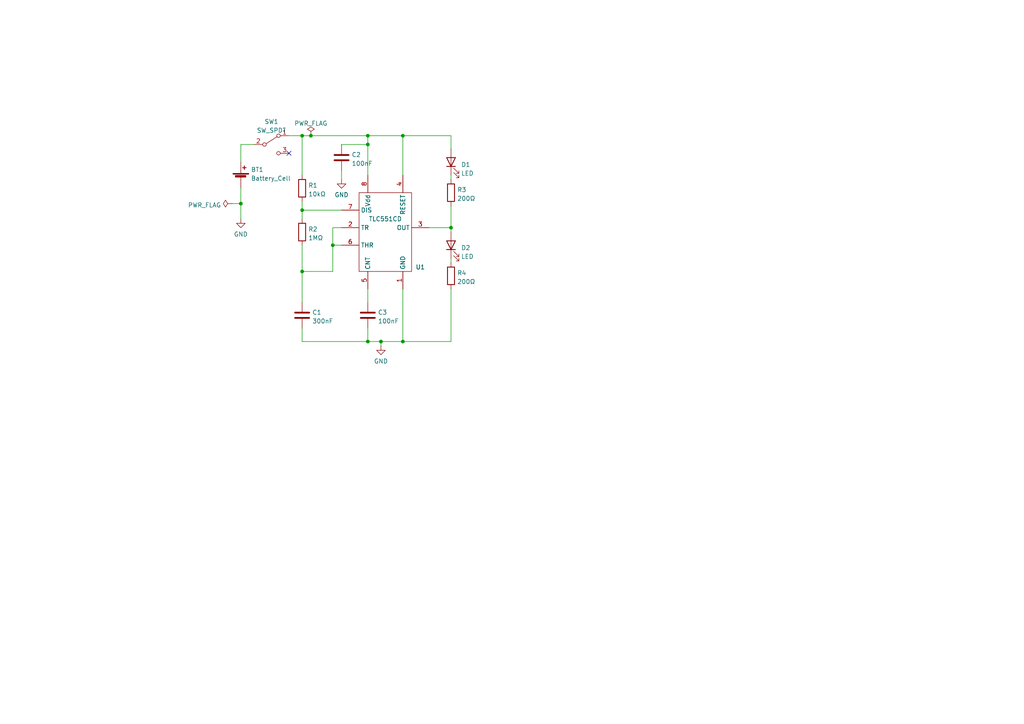
<source format=kicad_sch>
(kicad_sch (version 20211123) (generator eeschema)
  (paper "A4")
  (lib_symbols
    (symbol "Blinky:TLC551CD‎"
      (property "Reference" "U" (at 10.16 -12.7 0))
      (property "Value" "TLC551CD‎" (at 0 2.54 0))
      (symbol "TLC551CD‎_0_1"
        (rectangle (start -7.62 10.16) (end 7.62 -12.7) (stroke (width 0.1524)))
      )
      (symbol "TLC551CD‎_1_1"
        (pin passive line (at 5.08 -17.78 90) (length 5.08) (name "GND") (number "1"))
        (pin input line (at -12.7 0 0) (length 5.08) (name "TR") (number "2"))
        (pin input line (at 12.7 0 180) (length 5.08) (name "OUT") (number "3"))
        (pin input line (at 5.08 15.24 270) (length 5.08) (name "RESET") (number "4"))
        (pin input line (at -5.08 -17.78 90) (length 5.08) (name "CNT") (number "5"))
        (pin input line (at -12.7 -5.08 0) (length 5.08) (name "THR") (number "6"))
        (pin input line (at -12.7 5.08 0) (length 5.08) (name "DIS") (number "7"))
        (pin power_in line (at -5.08 15.24 270) (length 5.08) (name "Vdd") (number "8"))
      )
    )
    (symbol "Device:Battery_Cell" (pin_numbers hide) (pin_names (offset 0) hide)
      (property "Reference" "BT" (at 2.54 2.54 0))
      (property "Value" "Battery_Cell" (at 2.54 0 0))
      (symbol "Battery_Cell_0_1"
        (rectangle (start -2.286 1.778) (end 2.286 1.524) (fill (type outline)))
        (rectangle (start -1.5748 1.1938) (end 1.4732 0.6858) (fill (type outline)))
        (polyline (pts (xy 0 0.762) (xy 0 0)))
        (polyline (pts (xy 0 1.778) (xy 0 2.54)))
        (polyline (pts (xy 0.508 3.429) (xy 1.524 3.429)) (stroke (width 0.254)))
        (polyline (pts (xy 1.016 3.937) (xy 1.016 2.921)) (stroke (width 0.254)))
      )
      (symbol "Battery_Cell_1_1"
        (pin passive line (at 0 5.08 270) (length 2.54) (name "+") (number "1"))
        (pin passive line (at 0 -2.54 90) (length 2.54) (name "-") (number "2"))
      )
    )
    (symbol "Device:C" (pin_numbers hide) (pin_names (offset 0.254))
      (property "Reference" "C" (at 0.635 2.54 0))
      (property "Value" "C" (at 0.635 -2.54 0))
      (symbol "C_0_1"
        (polyline (pts (xy -2.032 -0.762) (xy 2.032 -0.762)) (stroke (width 0.508)))
        (polyline (pts (xy -2.032 0.762) (xy 2.032 0.762)) (stroke (width 0.508)))
      )
      (symbol "C_1_1"
        (pin passive line (at 0 3.81 270) (length 2.794) (name "~") (number "1"))
        (pin passive line (at 0 -3.81 90) (length 2.794) (name "~") (number "2"))
      )
    )
    (symbol "Device:LED" (pin_numbers hide) (pin_names (offset 1.016) hide)
      (property "Reference" "D" (at 0 2.54 0))
      (property "Value" "LED" (at 0 -2.54 0))
      (symbol "LED_0_1"
        (polyline (pts (xy -1.27 -1.27) (xy -1.27 1.27)) (stroke (width 0.254)))
        (polyline (pts (xy -1.27 0) (xy 1.27 0)))
        (polyline (pts (xy 1.27 -1.27) (xy 1.27 1.27) (xy -1.27 0) (xy 1.27 -1.27)) (stroke (width 0.254)))
        (polyline (pts (xy -3.048 -0.762) (xy -4.572 -2.286) (xy -3.81 -2.286) (xy -4.572 -2.286) (xy -4.572 -1.524)))
        (polyline (pts (xy -1.778 -0.762) (xy -3.302 -2.286) (xy -2.54 -2.286) (xy -3.302 -2.286) (xy -3.302 -1.524)))
      )
      (symbol "LED_1_1"
        (pin passive line (at -3.81 0 0) (length 2.54) (name "K") (number "1"))
        (pin passive line (at 3.81 0 180) (length 2.54) (name "A") (number "2"))
      )
    )
    (symbol "Device:R" (pin_numbers hide) (pin_names (offset 0))
      (property "Reference" "R" (at 2.032 0 90))
      (property "Value" "R" (at 0 0 90))
      (symbol "R_0_1"
        (rectangle (start -1.016 -2.54) (end 1.016 2.54) (stroke (width 0.254)))
      )
      (symbol "R_1_1"
        (pin passive line (at 0 3.81 270) (length 1.27) (name "~") (number "1"))
        (pin passive line (at 0 -3.81 90) (length 1.27) (name "~") (number "2"))
      )
    )
    (symbol "Switch:SW_SPDT" (pin_names (offset 0) hide)
      (property "Reference" "SW" (at 0 4.318 0))
      (property "Value" "SW_SPDT" (at 0 -5.08 0))
      (symbol "SW_SPDT_0_0"
        (circle (center -2.032 0) (radius 0.508))
        (circle (center 2.032 -2.54) (radius 0.508))
      )
      (symbol "SW_SPDT_0_1"
        (polyline (pts (xy -1.524 0.254) (xy 1.651 2.286)))
        (circle (center 2.032 2.54) (radius 0.508))
      )
      (symbol "SW_SPDT_1_1"
        (pin passive line (at 5.08 2.54 180) (length 2.54) (name "A") (number "1"))
        (pin passive line (at -5.08 0 0) (length 2.54) (name "B") (number "2"))
        (pin passive line (at 5.08 -2.54 180) (length 2.54) (name "C") (number "3"))
      )
    )
    (symbol "power:GND" (power) (pin_names (offset 0))
      (property "Value" "GND" (at 0 -3.81 0))
      (symbol "GND_0_1"
        (polyline (pts (xy 0 0) (xy 0 -1.27) (xy 1.27 -1.27) (xy 0 -2.54) (xy -1.27 -1.27) (xy 0 -1.27)))
      )
      (symbol "GND_1_1"
        (pin power_in line (at 0 0 270) (length 0) hide (name "GND") (number "1"))
      )
    )
    (symbol "power:PWR_FLAG" (power) (pin_numbers hide) (pin_names (offset 0) hide)
      (property "Value" "PWR_FLAG" (at 0 3.81 0))
      (symbol "PWR_FLAG_0_0"
        (pin power_out line (at 0 0 90) (length 0) (name "pwr") (number "1"))
      )
      (symbol "PWR_FLAG_0_1"
        (polyline (pts (xy 0 0) (xy 0 1.27) (xy -1.016 1.905) (xy 0 2.54) (xy 1.016 1.905) (xy 0 1.27)))
      )
    )
  )
  (junction (at 87.63 78.74))
  (junction (at 130.81 66.04))
  (junction (at 90.17 39.37))
  (junction (at 87.63 60.96))
  (junction (at 106.68 41.91))
  (junction (at 69.85 59.055))
  (junction (at 87.63 39.37))
  (junction (at 116.84 99.06))
  (junction (at 96.52 71.12))
  (junction (at 116.84 39.37))
  (junction (at 110.49 99.06))
  (junction (at 106.68 99.06))
  (junction (at 106.68 39.37))
  (no_connect (at 83.82 44.45))
  (wire (pts (xy 69.85 63.5) (xy 69.85 59.055)))
  (wire (pts (xy 96.52 78.74) (xy 96.52 71.12)))
  (wire (pts (xy 106.68 39.37) (xy 106.68 41.91)))
  (wire (pts (xy 124.46 66.04) (xy 130.81 66.04)))
  (wire (pts (xy 87.63 95.25) (xy 87.63 99.06)))
  (wire (pts (xy 130.81 66.04) (xy 130.81 67.31)))
  (wire (pts (xy 116.84 83.82) (xy 116.84 99.06)))
  (wire (pts (xy 67.31 59.055) (xy 69.85 59.055)))
  (wire (pts (xy 130.81 83.82) (xy 130.81 99.06)))
  (wire (pts (xy 87.63 71.12) (xy 87.63 78.74)))
  (wire (pts (xy 116.84 99.06) (xy 130.81 99.06)))
  (wire (pts (xy 130.81 59.69) (xy 130.81 66.04)))
  (wire (pts (xy 90.17 39.37) (xy 106.68 39.37)))
  (wire (pts (xy 87.63 39.37) (xy 87.63 50.8)))
  (wire (pts (xy 96.52 66.04) (xy 96.52 71.12)))
  (wire (pts (xy 130.81 50.8) (xy 130.81 52.07)))
  (wire (pts (xy 116.84 39.37) (xy 116.84 50.8)))
  (wire (pts (xy 87.63 60.96) (xy 99.06 60.96)))
  (wire (pts (xy 130.81 39.37) (xy 130.81 43.18)))
  (wire (pts (xy 99.06 66.04) (xy 96.52 66.04)))
  (wire (pts (xy 87.63 78.74) (xy 87.63 87.63)))
  (wire (pts (xy 99.06 41.91) (xy 106.68 41.91)))
  (wire (pts (xy 96.52 71.12) (xy 99.06 71.12)))
  (wire (pts (xy 110.49 99.06) (xy 106.68 99.06)))
  (wire (pts (xy 69.85 59.055) (xy 69.85 54.61)))
  (wire (pts (xy 69.85 41.91) (xy 69.85 46.99)))
  (wire (pts (xy 110.49 99.06) (xy 110.49 100.33)))
  (wire (pts (xy 106.68 41.91) (xy 106.68 50.8)))
  (wire (pts (xy 99.06 49.53) (xy 99.06 52.07)))
  (wire (pts (xy 87.63 58.42) (xy 87.63 60.96)))
  (wire (pts (xy 106.68 39.37) (xy 116.84 39.37)))
  (wire (pts (xy 116.84 99.06) (xy 110.49 99.06)))
  (wire (pts (xy 87.63 60.96) (xy 87.63 63.5)))
  (wire (pts (xy 106.68 83.82) (xy 106.68 87.63)))
  (wire (pts (xy 130.81 74.93) (xy 130.81 76.2)))
  (wire (pts (xy 83.82 39.37) (xy 87.63 39.37)))
  (wire (pts (xy 69.85 41.91) (xy 73.66 41.91)))
  (wire (pts (xy 106.68 99.06) (xy 106.68 95.25)))
  (wire (pts (xy 116.84 39.37) (xy 130.81 39.37)))
  (wire (pts (xy 87.63 78.74) (xy 96.52 78.74)))
  (wire (pts (xy 87.63 99.06) (xy 106.68 99.06)))
  (wire (pts (xy 87.63 39.37) (xy 90.17 39.37)))
  (symbol (lib_id "Device:C") (at 106.68 91.44 0) (unit 1)
    (property "Reference" "C3" (at 109.601 90.6053 0) (effects (justify left)))
    (property "Value" "100nF" (at 109.601 93.1422 0) (effects (justify left)))
    (property "Footprint" "Capacitor_SMD:C_0805_2012Metric_Pad1.18x1.45mm_HandSolder" (effects hide))
  )
  (symbol (lib_id "Blinky:TLC551CD‎") (at 111.76 66.04 0) (unit 1)
    (property "Reference" "U1" (at 121.92 77.47 0))
    (property "Value" "TLC551CD‎" (at 111.76 63.5 0))
    (property "Footprint" "Package_SO:SOIC-8_3.9x4.9mm_P1.27mm" (effects hide))
    (property "Datasheet" "https://www.ti.com/lit/ds/symlink/tlc551.pdf" (effects hide))
  )
  (symbol (lib_id "Device:R") (at 130.81 80.01 0) (unit 1)
    (property "Reference" "R4" (at 132.588 79.1753 0) (effects (justify left)))
    (property "Value" "200Ω" (at 132.588 81.7122 0) (effects (justify left)))
    (property "Footprint" "Resistor_SMD:R_0805_2012Metric_Pad1.20x1.40mm_HandSolder" (effects hide))
  )
  (symbol (lib_id "Device:LED") (at 130.81 46.99 90) (unit 1)
    (property "Reference" "D1" (at 133.731 47.7428 90) (effects (justify right)))
    (property "Value" "LED" (at 133.731 50.2797 90) (effects (justify right)))
    (property "Footprint" "LED_SMD:LED_0805_2012Metric_Pad1.15x1.40mm_HandSolder" (effects hide))
  )
  (symbol (lib_id "power:GND") (at 99.06 52.07 0) (unit 1)
    (property "Reference" "#PWR02" (effects hide))
    (property "Value" "GND" (at 99.06 56.5134 0))
  )
  (symbol (lib_id "Device:R") (at 130.81 55.88 0) (unit 1)
    (property "Reference" "R3" (at 132.588 55.0453 0) (effects (justify left)))
    (property "Value" "200Ω" (at 132.588 57.5822 0) (effects (justify left)))
    (property "Footprint" "Resistor_SMD:R_0805_2012Metric_Pad1.20x1.40mm_HandSolder" (effects hide))
  )
  (symbol (lib_id "Device:C") (at 99.06 45.72 0) (unit 1)
    (property "Reference" "C2" (at 101.981 44.8853 0) (effects (justify left)))
    (property "Value" "100nF" (at 101.981 47.4222 0) (effects (justify left)))
    (property "Footprint" "Capacitor_SMD:C_0805_2012Metric_Pad1.18x1.45mm_HandSolder" (effects hide))
  )
  (symbol (lib_id "Device:Battery_Cell") (at 69.85 52.07 0) (unit 1)
    (property "Reference" "BT1" (at 72.771 49.2033 0) (effects (justify left)))
    (property "Value" "Battery_Cell" (at 72.771 51.7402 0) (effects (justify left)))
    (property "Footprint" "Battery:BatteryHolder_Keystone_3000_1x12mm" (effects hide))
  )
  (symbol (lib_id "power:GND") (at 110.49 100.33 0) (unit 1)
    (property "Reference" "#PWR03" (effects hide))
    (property "Value" "GND" (at 110.49 104.7734 0))
  )
  (symbol (lib_id "Device:C") (at 87.63 91.44 0) (unit 1)
    (property "Reference" "C1" (at 90.551 90.6053 0) (effects (justify left)))
    (property "Value" "300nF" (at 90.551 93.1422 0) (effects (justify left)))
    (property "Footprint" "Capacitor_SMD:C_0805_2012Metric_Pad1.18x1.45mm_HandSolder" (effects hide))
  )
  (symbol (lib_id "Device:R") (at 87.63 54.61 0) (unit 1)
    (property "Reference" "R1" (at 89.408 53.7753 0) (effects (justify left)))
    (property "Value" "10kΩ" (at 89.408 56.3122 0) (effects (justify left)))
    (property "Footprint" "Resistor_SMD:R_0805_2012Metric_Pad1.20x1.40mm_HandSolder" (effects hide))
  )
  (symbol (lib_id "Device:R") (at 87.63 67.31 0) (unit 1)
    (property "Reference" "R2" (at 89.408 66.4753 0) (effects (justify left)))
    (property "Value" "1MΩ" (at 89.408 69.0122 0) (effects (justify left)))
    (property "Footprint" "Resistor_SMD:R_0805_2012Metric_Pad1.20x1.40mm_HandSolder" (effects hide))
  )
  (symbol (lib_id "power:GND") (at 69.85 63.5 0) (unit 1)
    (property "Reference" "#PWR01" (effects hide))
    (property "Value" "GND" (at 69.85 67.9434 0))
  )
  (symbol (lib_id "Device:LED") (at 130.81 71.12 90) (unit 1)
    (property "Reference" "D2" (at 133.731 71.8728 90) (effects (justify right)))
    (property "Value" "LED" (at 133.731 74.4097 90) (effects (justify right)))
    (property "Footprint" "LED_SMD:LED_0805_2012Metric_Pad1.15x1.40mm_HandSolder" (effects hide))
  )
  (symbol (lib_id "power:PWR_FLAG") (at 67.31 59.055 90) (unit 1)
    (property "Reference" "#FLG0101" (effects hide))
    (property "Value" "PWR_FLAG" (at 64.1351 59.4888 90) (effects (justify left)))
  )
  (symbol (lib_id "power:PWR_FLAG") (at 90.17 39.37 0) (unit 1)
    (property "Reference" "#FLG0102" (effects hide))
    (property "Value" "PWR_FLAG" (at 90.17 35.7942 0))
  )
  (symbol (lib_id "Switch:SW_SPDT") (at 78.74 41.91 0) (unit 1)
    (property "Reference" "SW1" (at 78.74 35.2892 0))
    (property "Value" "SW_SPDT" (at 78.74 37.8261 0))
    (property "Footprint" "Blinky_ZAM:SSK-1202" (effects hide))
    (property "Reference" "SW1" (effects hide))
    (property "Value" "SW_SPDT" (effects hide))
  )
)
</source>
